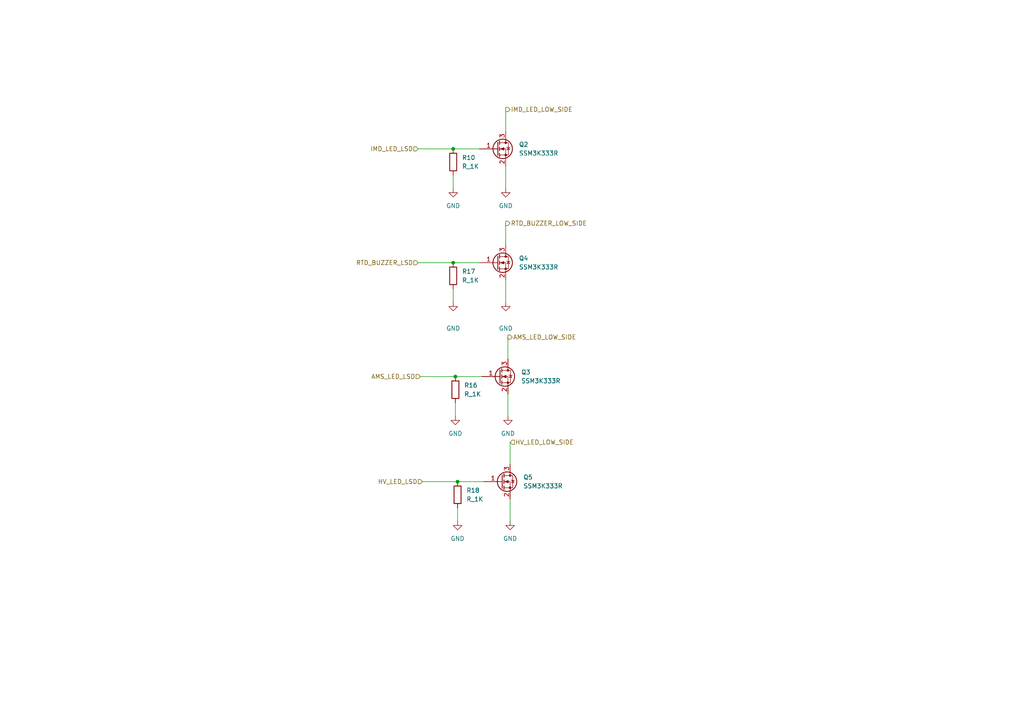
<source format=kicad_sch>
(kicad_sch (version 20211123) (generator eeschema)
  (paper "A4")
  (lib_symbols
    (symbol "formula:R_1K" (pin_numbers hide) (pin_names (offset 0))
      (property "Reference" "R" (at 2.032 0 90))
      (property "Value" "R_1K" (at -2.54 0 90))
      (symbol "R_1K_0_1"
        (rectangle (start -1.016 -2.54) (end 1.016 2.54) (stroke (width 0.254)))
      )
      (symbol "R_1K_1_1"
        (pin passive line (at 0 3.81 270) (length 1.27) (name "~") (number "1"))
        (pin passive line (at 0 -3.81 90) (length 1.27) (name "~") (number "2"))
      )
    )
    (symbol "formula:SSM3K333R" (pin_names (offset 0) hide)
      (property "Reference" "Q" (at 5.08 1.905 0))
      (property "Value" "SSM3K333R" (at 5.08 0 0))
      (symbol "SSM3K333R_0_1"
        (polyline (pts (xy 0.762 -1.778) (xy 2.54 -1.778)))
        (polyline (pts (xy 0.762 -1.27) (xy 0.762 -2.286)) (stroke (width 0.254)))
        (polyline (pts (xy 0.762 0) (xy 2.54 0)))
        (polyline (pts (xy 0.762 0.508) (xy 0.762 -0.508)) (stroke (width 0.254)))
        (polyline (pts (xy 0.762 1.778) (xy 2.54 1.778)))
        (polyline (pts (xy 0.762 2.286) (xy 0.762 1.27)) (stroke (width 0.254)))
        (polyline (pts (xy 2.54 -1.778) (xy 2.54 -2.54)))
        (polyline (pts (xy 2.54 -1.778) (xy 2.54 0)))
        (polyline (pts (xy 2.54 2.54) (xy 2.54 1.778)))
        (polyline (pts (xy 0.254 1.905) (xy 0.254 -1.905) (xy 0.254 -1.905)) (stroke (width 0.254)))
        (polyline (pts (xy 1.016 0) (xy 2.032 0.381) (xy 2.032 -0.381) (xy 1.016 0)) (fill (type outline)))
        (polyline (pts (xy 2.54 -1.778) (xy 3.302 -1.778) (xy 3.302 1.778) (xy 2.54 1.778)))
        (polyline (pts (xy 2.794 0.508) (xy 2.921 0.381) (xy 3.683 0.381) (xy 3.81 0.254)))
        (polyline (pts (xy 3.302 0.381) (xy 2.921 -0.254) (xy 3.683 -0.254) (xy 3.302 0.381)))
        (circle (center 1.651 0) (radius 2.8194) (stroke (width 0.254)))
        (circle (center 2.54 -1.778) (radius 0.2794) (fill (type outline)))
        (circle (center 2.54 1.778) (radius 0.2794) (fill (type outline)))
      )
      (symbol "SSM3K333R_1_1"
        (pin input line (at -5.08 0 0) (length 5.334) (name "G") (number "1"))
        (pin passive line (at 2.54 -5.08 90) (length 2.54) (name "S") (number "2"))
        (pin passive line (at 2.54 5.08 270) (length 2.54) (name "D") (number "3"))
      )
    )
    (symbol "power:GND" (power) (pin_names (offset 0))
      (property "Value" "GND" (at 0 -3.81 0))
      (symbol "GND_0_1"
        (polyline (pts (xy 0 0) (xy 0 -1.27) (xy 1.27 -1.27) (xy 0 -2.54) (xy -1.27 -1.27) (xy 0 -1.27)))
      )
      (symbol "GND_1_1"
        (pin power_in line (at 0 0 270) (length 0) hide (name "GND") (number "1"))
      )
    )
  )
  (junction (at 131.445 43.18))
  (junction (at 132.715 139.7))
  (junction (at 132.08 109.22))
  (junction (at 131.445 76.2))
  (wire (pts (xy 132.08 109.22) (xy 139.7 109.22)))
  (wire (pts (xy 146.685 64.77) (xy 146.685 71.12)))
  (wire (pts (xy 146.685 81.28) (xy 146.685 87.63)))
  (wire (pts (xy 132.715 139.7) (xy 140.335 139.7)))
  (wire (pts (xy 131.445 76.2) (xy 139.065 76.2)))
  (wire (pts (xy 147.32 97.79) (xy 147.32 104.14)))
  (wire (pts (xy 131.445 43.18) (xy 139.065 43.18)))
  (wire (pts (xy 146.685 31.75) (xy 146.685 38.1)))
  (wire (pts (xy 146.685 48.26) (xy 146.685 54.61)))
  (wire (pts (xy 122.555 139.7) (xy 132.715 139.7)))
  (wire (pts (xy 121.285 43.18) (xy 131.445 43.18)))
  (wire (pts (xy 131.445 50.8) (xy 131.445 54.61)))
  (wire (pts (xy 131.445 83.82) (xy 131.445 87.63)))
  (wire (pts (xy 121.92 109.22) (xy 132.08 109.22)))
  (wire (pts (xy 147.32 114.3) (xy 147.32 120.65)))
  (wire (pts (xy 121.285 76.2) (xy 131.445 76.2)))
  (wire (pts (xy 147.955 128.27) (xy 147.955 134.62)))
  (wire (pts (xy 132.715 147.32) (xy 132.715 151.13)))
  (wire (pts (xy 147.955 144.78) (xy 147.955 151.13)))
  (wire (pts (xy 132.08 116.84) (xy 132.08 120.65)))
  (hierarchical_label "AMS_LED_LOW_SIDE" (shape output) (at 147.32 97.79 0))
  (hierarchical_label "RTD_BUZZER_LOW_SIDE" (shape output) (at 146.685 64.77 0))
  (hierarchical_label "IMD_LED_LSD" (shape input) (at 121.285 43.18 180))
  (hierarchical_label "IMD_LED_LOW_SIDE" (shape output) (at 146.685 31.75 0))
  (hierarchical_label "HV_LED_LSD" (shape input) (at 122.555 139.7 180))
  (hierarchical_label "HV_LED_LOW_SIDE" (shape input) (at 147.955 128.27 0))
  (hierarchical_label "AMS_LED_LSD" (shape input) (at 121.92 109.22 180))
  (hierarchical_label "RTD_BUZZER_LSD" (shape input) (at 121.285 76.2 180))
  (symbol (lib_id "power:GND") (at 146.685 87.63 0) (unit 1)
    (property "Reference" "#PWR?" (effects hide))
    (property "Value" "~" (at 146.685 95.25 0))
  )
  (symbol (lib_id "power:GND") (at 147.955 151.13 0) (unit 1)
    (property "Reference" "#PWR?" (effects hide))
    (property "Value" "~" (at 147.955 156.21 0))
  )
  (symbol (lib_id "formula:SSM3K333R") (at 144.145 43.18 0) (unit 1)
    (property "Reference" "Q2" (at 150.495 41.9099 0) (effects (justify left)))
    (property "Value" "SSM3K333R" (at 150.495 44.4499 0) (effects (justify left)))
    (property "Footprint" "footprints:SOT-23F" (effects hide))
    (property "Datasheet" "https://drive.google.com/drive/folders/0B-V-iZf33Y4GNzhDQTJZanJRbVk" (effects hide))
    (property "MFN" "DK" (effects hide))
    (property "MPN" "SSM3K333RLFCT-ND" (effects hide))
    (property "PurchasingLink" "https://www.digikey.com/product-detail/en/toshiba-semiconductor-and-storage/SSM3K333RLF/SSM3K333RLFCT-ND/3522391" (effects hide))
  )
  (symbol (lib_id "formula:SSM3K333R") (at 144.78 109.22 0) (unit 1)
    (property "Reference" "Q3" (at 151.13 107.9499 0) (effects (justify left)))
    (property "Value" "SSM3K333R" (at 151.13 110.4899 0) (effects (justify left)))
    (property "Footprint" "footprints:SOT-23F" (effects hide))
    (property "Datasheet" "https://drive.google.com/drive/folders/0B-V-iZf33Y4GNzhDQTJZanJRbVk" (effects hide))
    (property "MFN" "DK" (effects hide))
    (property "MPN" "SSM3K333RLFCT-ND" (effects hide))
    (property "PurchasingLink" "https://www.digikey.com/product-detail/en/toshiba-semiconductor-and-storage/SSM3K333RLF/SSM3K333RLFCT-ND/3522391" (effects hide))
  )
  (symbol (lib_id "formula:SSM3K333R") (at 144.145 76.2 0) (unit 1)
    (property "Reference" "Q4" (at 150.495 74.9299 0) (effects (justify left)))
    (property "Value" "SSM3K333R" (at 150.495 77.4699 0) (effects (justify left)))
    (property "Footprint" "footprints:SOT-23F" (effects hide))
    (property "Datasheet" "https://drive.google.com/drive/folders/0B-V-iZf33Y4GNzhDQTJZanJRbVk" (effects hide))
    (property "MFN" "DK" (effects hide))
    (property "MPN" "SSM3K333RLFCT-ND" (effects hide))
    (property "PurchasingLink" "https://www.digikey.com/product-detail/en/toshiba-semiconductor-and-storage/SSM3K333RLF/SSM3K333RLFCT-ND/3522391" (effects hide))
  )
  (symbol (lib_id "power:GND") (at 132.715 151.13 0) (unit 1)
    (property "Reference" "#PWR?" (effects hide))
    (property "Value" "~" (at 132.715 156.21 0))
  )
  (symbol (lib_id "power:GND") (at 147.32 120.65 0) (unit 1)
    (property "Reference" "#PWR?" (effects hide))
    (property "Value" "~" (at 147.32 125.73 0))
  )
  (symbol (lib_id "formula:R_1K") (at 131.445 46.99 0) (unit 1)
    (property "Reference" "R10" (at 133.985 45.7199 0) (effects (justify left)))
    (property "Value" "R_1K" (at 133.985 48.2599 0) (effects (justify left)))
    (property "Footprint" "footprints:R_0805_OEM" (effects hide))
    (property "Datasheet" "https://www.seielect.com/Catalog/SEI-rncp.pdf" (effects hide))
    (property "MFN" "DK" (effects hide))
    (property "MPN" "RNCP0805FTD1K00CT-ND" (effects hide))
    (property "PurchasingLink" "https://www.digikey.com/products/en?keywords=RNCP0805FTD1K00CT-ND" (effects hide))
  )
  (symbol (lib_id "formula:R_1K") (at 132.08 113.03 0) (unit 1)
    (property "Reference" "R16" (at 134.62 111.7599 0) (effects (justify left)))
    (property "Value" "R_1K" (at 134.62 114.2999 0) (effects (justify left)))
    (property "Footprint" "footprints:R_0805_OEM" (effects hide))
    (property "Datasheet" "https://www.seielect.com/Catalog/SEI-rncp.pdf" (effects hide))
    (property "MFN" "DK" (effects hide))
    (property "MPN" "RNCP0805FTD1K00CT-ND" (effects hide))
    (property "PurchasingLink" "https://www.digikey.com/products/en?keywords=RNCP0805FTD1K00CT-ND" (effects hide))
  )
  (symbol (lib_id "power:GND") (at 131.445 54.61 0) (unit 1)
    (property "Reference" "#PWR?" (effects hide))
    (property "Value" "GND" (at 131.445 59.69 0))
  )
  (symbol (lib_id "formula:R_1K") (at 132.715 143.51 0) (unit 1)
    (property "Reference" "R18" (at 135.255 142.2399 0) (effects (justify left)))
    (property "Value" "R_1K" (at 135.255 144.7799 0) (effects (justify left)))
    (property "Footprint" "footprints:R_0805_OEM" (effects hide))
    (property "Datasheet" "https://www.seielect.com/Catalog/SEI-rncp.pdf" (effects hide))
    (property "MFN" "DK" (effects hide))
    (property "MPN" "RNCP0805FTD1K00CT-ND" (effects hide))
    (property "PurchasingLink" "https://www.digikey.com/products/en?keywords=RNCP0805FTD1K00CT-ND" (effects hide))
  )
  (symbol (lib_id "formula:R_1K") (at 131.445 80.01 0) (unit 1)
    (property "Reference" "R17" (at 133.985 78.7399 0) (effects (justify left)))
    (property "Value" "R_1K" (at 133.985 81.2799 0) (effects (justify left)))
    (property "Footprint" "footprints:R_0805_OEM" (effects hide))
    (property "Datasheet" "https://www.seielect.com/Catalog/SEI-rncp.pdf" (effects hide))
    (property "MFN" "DK" (effects hide))
    (property "MPN" "RNCP0805FTD1K00CT-ND" (effects hide))
    (property "PurchasingLink" "https://www.digikey.com/products/en?keywords=RNCP0805FTD1K00CT-ND" (effects hide))
  )
  (symbol (lib_id "power:GND") (at 132.08 120.65 0) (unit 1)
    (property "Reference" "#PWR?" (effects hide))
    (property "Value" "~" (at 132.08 125.73 0))
  )
  (symbol (lib_id "power:GND") (at 131.445 87.63 0) (unit 1)
    (property "Reference" "#PWR?" (effects hide))
    (property "Value" "~" (at 131.445 95.25 0))
  )
  (symbol (lib_id "formula:SSM3K333R") (at 145.415 139.7 0) (unit 1)
    (property "Reference" "Q5" (at 151.765 138.4299 0) (effects (justify left)))
    (property "Value" "SSM3K333R" (at 151.765 140.9699 0) (effects (justify left)))
    (property "Footprint" "footprints:SOT-23F" (effects hide))
    (property "Datasheet" "https://drive.google.com/drive/folders/0B-V-iZf33Y4GNzhDQTJZanJRbVk" (effects hide))
    (property "MFN" "DK" (effects hide))
    (property "MPN" "SSM3K333RLFCT-ND" (effects hide))
    (property "PurchasingLink" "https://www.digikey.com/product-detail/en/toshiba-semiconductor-and-storage/SSM3K333RLF/SSM3K333RLFCT-ND/3522391" (effects hide))
  )
  (symbol (lib_id "power:GND") (at 146.685 54.61 0) (unit 1)
    (property "Reference" "#PWR?" (effects hide))
    (property "Value" "GND" (at 146.685 59.69 0))
  )
)
</source>
